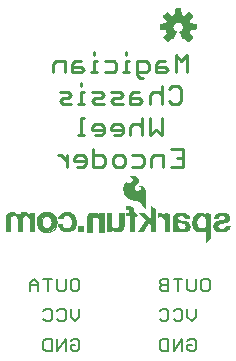
<source format=gbr>
G04 EAGLE Gerber RS-274X export*
G75*
%MOMM*%
%FSLAX34Y34*%
%LPD*%
%INSilkscreen Bottom*%
%IPPOS*%
%AMOC8*
5,1,8,0,0,1.08239X$1,22.5*%
G01*
%ADD10C,0.203200*%
%ADD11C,0.279400*%
%ADD12C,0.025400*%
%ADD13R,0.495300X0.485100*%

G36*
X168070Y332886D02*
X168070Y332886D01*
X168178Y332896D01*
X168191Y332902D01*
X168205Y332904D01*
X168302Y332952D01*
X168401Y332997D01*
X168414Y333008D01*
X168423Y333012D01*
X168438Y333028D01*
X168515Y333090D01*
X171100Y335675D01*
X171163Y335764D01*
X171229Y335849D01*
X171234Y335862D01*
X171242Y335874D01*
X171273Y335977D01*
X171309Y336080D01*
X171309Y336094D01*
X171313Y336107D01*
X171309Y336215D01*
X171310Y336324D01*
X171305Y336337D01*
X171305Y336351D01*
X171267Y336453D01*
X171232Y336555D01*
X171223Y336570D01*
X171219Y336579D01*
X171205Y336596D01*
X171151Y336678D01*
X168387Y340068D01*
X168944Y341150D01*
X168950Y341170D01*
X168992Y341265D01*
X169363Y342424D01*
X173714Y342867D01*
X173818Y342895D01*
X173924Y342920D01*
X173936Y342927D01*
X173949Y342930D01*
X174039Y342991D01*
X174132Y343048D01*
X174140Y343059D01*
X174152Y343067D01*
X174218Y343153D01*
X174287Y343237D01*
X174291Y343250D01*
X174300Y343261D01*
X174334Y343364D01*
X174373Y343465D01*
X174374Y343483D01*
X174378Y343492D01*
X174378Y343514D01*
X174387Y343612D01*
X174387Y347268D01*
X174370Y347375D01*
X174356Y347483D01*
X174350Y347495D01*
X174348Y347509D01*
X174296Y347605D01*
X174249Y347702D01*
X174239Y347712D01*
X174233Y347724D01*
X174153Y347798D01*
X174077Y347875D01*
X174065Y347881D01*
X174055Y347891D01*
X173956Y347936D01*
X173859Y347984D01*
X173841Y347988D01*
X173832Y347992D01*
X173811Y347994D01*
X173714Y348013D01*
X169363Y348456D01*
X168992Y349615D01*
X168983Y349633D01*
X168981Y349640D01*
X168977Y349647D01*
X168944Y349730D01*
X168387Y350812D01*
X171151Y354202D01*
X171205Y354296D01*
X171262Y354388D01*
X171265Y354401D01*
X171272Y354413D01*
X171293Y354520D01*
X171318Y354625D01*
X171316Y354639D01*
X171319Y354653D01*
X171304Y354760D01*
X171294Y354868D01*
X171288Y354881D01*
X171286Y354895D01*
X171238Y354992D01*
X171193Y355091D01*
X171182Y355104D01*
X171178Y355113D01*
X171162Y355128D01*
X171100Y355205D01*
X168515Y357790D01*
X168426Y357853D01*
X168341Y357919D01*
X168328Y357924D01*
X168316Y357932D01*
X168213Y357963D01*
X168110Y357999D01*
X168096Y357999D01*
X168083Y358003D01*
X167975Y357999D01*
X167866Y358000D01*
X167853Y357995D01*
X167839Y357995D01*
X167737Y357957D01*
X167635Y357922D01*
X167620Y357913D01*
X167611Y357909D01*
X167594Y357895D01*
X167512Y357841D01*
X164122Y355077D01*
X163040Y355634D01*
X163020Y355640D01*
X162925Y355682D01*
X161766Y356053D01*
X161323Y360404D01*
X161295Y360508D01*
X161270Y360614D01*
X161263Y360626D01*
X161260Y360639D01*
X161199Y360729D01*
X161142Y360822D01*
X161131Y360830D01*
X161123Y360842D01*
X161037Y360908D01*
X160953Y360977D01*
X160940Y360981D01*
X160929Y360990D01*
X160826Y361024D01*
X160725Y361063D01*
X160707Y361064D01*
X160698Y361068D01*
X160676Y361068D01*
X160578Y361077D01*
X156922Y361077D01*
X156815Y361060D01*
X156707Y361046D01*
X156695Y361040D01*
X156681Y361038D01*
X156585Y360986D01*
X156488Y360939D01*
X156478Y360929D01*
X156466Y360923D01*
X156392Y360843D01*
X156315Y360767D01*
X156309Y360755D01*
X156299Y360745D01*
X156254Y360646D01*
X156206Y360549D01*
X156202Y360531D01*
X156198Y360522D01*
X156196Y360501D01*
X156177Y360404D01*
X155734Y356053D01*
X154575Y355682D01*
X154557Y355672D01*
X154460Y355634D01*
X153378Y355077D01*
X149988Y357841D01*
X149894Y357895D01*
X149802Y357952D01*
X149789Y357955D01*
X149777Y357962D01*
X149670Y357983D01*
X149565Y358008D01*
X149551Y358006D01*
X149537Y358009D01*
X149430Y357994D01*
X149322Y357984D01*
X149309Y357978D01*
X149296Y357976D01*
X149198Y357928D01*
X149099Y357883D01*
X149086Y357872D01*
X149077Y357868D01*
X149062Y357852D01*
X148985Y357790D01*
X146400Y355205D01*
X146337Y355116D01*
X146271Y355031D01*
X146266Y355018D01*
X146258Y355006D01*
X146227Y354903D01*
X146191Y354800D01*
X146191Y354786D01*
X146187Y354773D01*
X146191Y354665D01*
X146190Y354556D01*
X146195Y354543D01*
X146195Y354529D01*
X146233Y354427D01*
X146268Y354325D01*
X146277Y354310D01*
X146281Y354301D01*
X146295Y354284D01*
X146349Y354202D01*
X149113Y350812D01*
X148556Y349730D01*
X148550Y349710D01*
X148508Y349615D01*
X148137Y348456D01*
X143786Y348013D01*
X143682Y347985D01*
X143576Y347960D01*
X143564Y347953D01*
X143551Y347950D01*
X143461Y347889D01*
X143368Y347832D01*
X143360Y347821D01*
X143348Y347813D01*
X143282Y347727D01*
X143214Y347643D01*
X143209Y347630D01*
X143200Y347619D01*
X143166Y347516D01*
X143127Y347415D01*
X143126Y347397D01*
X143122Y347388D01*
X143123Y347366D01*
X143113Y347268D01*
X143113Y343612D01*
X143130Y343505D01*
X143144Y343397D01*
X143150Y343385D01*
X143152Y343371D01*
X143204Y343275D01*
X143251Y343178D01*
X143261Y343168D01*
X143267Y343156D01*
X143347Y343082D01*
X143423Y343005D01*
X143435Y342999D01*
X143446Y342989D01*
X143544Y342944D01*
X143641Y342896D01*
X143659Y342892D01*
X143668Y342888D01*
X143689Y342886D01*
X143786Y342867D01*
X148137Y342424D01*
X148508Y341265D01*
X148518Y341247D01*
X148556Y341150D01*
X149113Y340068D01*
X146349Y336678D01*
X146295Y336584D01*
X146238Y336492D01*
X146235Y336479D01*
X146228Y336467D01*
X146207Y336360D01*
X146182Y336255D01*
X146184Y336241D01*
X146181Y336227D01*
X146196Y336120D01*
X146206Y336012D01*
X146212Y335999D01*
X146214Y335986D01*
X146262Y335888D01*
X146307Y335789D01*
X146318Y335776D01*
X146322Y335767D01*
X146338Y335752D01*
X146400Y335675D01*
X148985Y333090D01*
X149074Y333027D01*
X149159Y332961D01*
X149172Y332956D01*
X149184Y332948D01*
X149287Y332917D01*
X149390Y332881D01*
X149404Y332881D01*
X149417Y332877D01*
X149525Y332881D01*
X149634Y332880D01*
X149647Y332885D01*
X149661Y332885D01*
X149763Y332923D01*
X149865Y332958D01*
X149880Y332967D01*
X149889Y332971D01*
X149906Y332985D01*
X149988Y333039D01*
X153378Y335803D01*
X154460Y335246D01*
X154513Y335229D01*
X154562Y335203D01*
X154628Y335192D01*
X154692Y335171D01*
X154748Y335172D01*
X154802Y335163D01*
X154869Y335174D01*
X154936Y335175D01*
X154988Y335193D01*
X155043Y335202D01*
X155103Y335234D01*
X155166Y335257D01*
X155209Y335291D01*
X155259Y335317D01*
X155305Y335366D01*
X155357Y335408D01*
X155388Y335455D01*
X155426Y335495D01*
X155482Y335600D01*
X155490Y335613D01*
X155491Y335618D01*
X155495Y335625D01*
X157648Y340822D01*
X157668Y340905D01*
X157673Y340918D01*
X157675Y340934D01*
X157700Y341019D01*
X157699Y341040D01*
X157704Y341060D01*
X157696Y341142D01*
X157697Y341161D01*
X157693Y341181D01*
X157689Y341262D01*
X157682Y341282D01*
X157680Y341303D01*
X157648Y341372D01*
X157642Y341399D01*
X157627Y341423D01*
X157601Y341490D01*
X157588Y341506D01*
X157579Y341525D01*
X157534Y341574D01*
X157514Y341606D01*
X157483Y341631D01*
X157445Y341677D01*
X157422Y341693D01*
X157412Y341703D01*
X157391Y341715D01*
X157326Y341760D01*
X157325Y341761D01*
X157324Y341762D01*
X156425Y342268D01*
X155738Y342912D01*
X155223Y343700D01*
X154911Y344588D01*
X154819Y345525D01*
X154952Y346457D01*
X155303Y347331D01*
X155852Y348096D01*
X156566Y348709D01*
X157406Y349134D01*
X158323Y349348D01*
X159264Y349338D01*
X160176Y349104D01*
X161006Y348661D01*
X161707Y348032D01*
X162239Y347255D01*
X162570Y346374D01*
X162683Y345439D01*
X162575Y344522D01*
X162255Y343654D01*
X161741Y342885D01*
X161062Y342258D01*
X160178Y341763D01*
X160136Y341730D01*
X160094Y341707D01*
X160063Y341674D01*
X160015Y341639D01*
X160003Y341623D01*
X159987Y341610D01*
X159952Y341555D01*
X159927Y341529D01*
X159914Y341499D01*
X159872Y341441D01*
X159866Y341422D01*
X159856Y341405D01*
X159837Y341330D01*
X159827Y341307D01*
X159824Y341283D01*
X159801Y341208D01*
X159802Y341188D01*
X159797Y341168D01*
X159804Y341082D01*
X159803Y341064D01*
X159806Y341048D01*
X159809Y340964D01*
X159817Y340939D01*
X159818Y340925D01*
X159828Y340903D01*
X159852Y340822D01*
X160781Y338579D01*
X160781Y338578D01*
X161712Y336331D01*
X161713Y336331D01*
X162005Y335625D01*
X162034Y335578D01*
X162055Y335526D01*
X162098Y335475D01*
X162134Y335418D01*
X162177Y335383D01*
X162213Y335340D01*
X162270Y335306D01*
X162322Y335263D01*
X162374Y335244D01*
X162422Y335215D01*
X162488Y335201D01*
X162551Y335177D01*
X162606Y335175D01*
X162660Y335164D01*
X162727Y335171D01*
X162794Y335169D01*
X162848Y335185D01*
X162903Y335192D01*
X163014Y335236D01*
X163028Y335240D01*
X163032Y335243D01*
X163040Y335246D01*
X164122Y335803D01*
X167512Y333039D01*
X167606Y332985D01*
X167698Y332928D01*
X167711Y332925D01*
X167723Y332918D01*
X167830Y332897D01*
X167935Y332872D01*
X167949Y332874D01*
X167963Y332871D01*
X168070Y332886D01*
G37*
G36*
X131134Y191307D02*
X131134Y191307D01*
X131176Y191322D01*
X131178Y191327D01*
X131182Y191329D01*
X131211Y191402D01*
X131215Y191413D01*
X131215Y191414D01*
X131215Y206578D01*
X131213Y206583D01*
X131215Y206589D01*
X131145Y207420D01*
X131139Y207431D01*
X131140Y207446D01*
X130900Y208245D01*
X130892Y208255D01*
X130890Y208269D01*
X130489Y209001D01*
X130479Y209009D01*
X130474Y209022D01*
X130004Y209572D01*
X129993Y209577D01*
X129986Y209589D01*
X129416Y210034D01*
X129404Y210037D01*
X129394Y210047D01*
X128746Y210368D01*
X128734Y210369D01*
X128722Y210377D01*
X128023Y210561D01*
X128012Y210560D01*
X128001Y210565D01*
X127061Y210638D01*
X127052Y210635D01*
X127041Y210638D01*
X126101Y210565D01*
X126097Y210563D01*
X126091Y210564D01*
X125608Y210488D01*
X125569Y210463D01*
X125529Y210442D01*
X125528Y210438D01*
X125525Y210436D01*
X125515Y210391D01*
X125503Y210347D01*
X125505Y210343D01*
X125504Y210339D01*
X125529Y210301D01*
X125553Y210262D01*
X125557Y210261D01*
X125559Y210258D01*
X125600Y210249D01*
X125640Y210237D01*
X125798Y210253D01*
X125936Y210225D01*
X126069Y210154D01*
X126893Y209555D01*
X127011Y209441D01*
X127083Y209303D01*
X127176Y208888D01*
X127176Y208460D01*
X127083Y208044D01*
X126877Y207640D01*
X126564Y207312D01*
X125958Y206947D01*
X125280Y206740D01*
X124569Y206705D01*
X123959Y206802D01*
X123373Y207000D01*
X122830Y207293D01*
X122405Y207658D01*
X122090Y208118D01*
X121904Y208643D01*
X121861Y209199D01*
X121963Y209747D01*
X122203Y210250D01*
X122573Y210685D01*
X122771Y210895D01*
X123366Y211526D01*
X123961Y212157D01*
X124026Y212226D01*
X124029Y212236D01*
X124038Y212242D01*
X125225Y214000D01*
X125227Y214013D01*
X125237Y214023D01*
X125517Y214711D01*
X125516Y214726D01*
X125525Y214741D01*
X125624Y215476D01*
X125620Y215491D01*
X125625Y215508D01*
X125538Y216245D01*
X125530Y216258D01*
X125530Y216276D01*
X125263Y216968D01*
X125252Y216979D01*
X125248Y216996D01*
X124817Y217599D01*
X124807Y217606D01*
X124801Y217618D01*
X124105Y218276D01*
X124097Y218279D01*
X124092Y218287D01*
X123315Y218847D01*
X123305Y218850D01*
X123297Y218858D01*
X122517Y219246D01*
X122505Y219247D01*
X122494Y219255D01*
X121654Y219486D01*
X121642Y219485D01*
X121630Y219491D01*
X120762Y219557D01*
X120752Y219553D01*
X120740Y219557D01*
X119840Y219471D01*
X119831Y219467D01*
X119821Y219468D01*
X118943Y219248D01*
X118935Y219242D01*
X118923Y219241D01*
X118695Y219140D01*
X118339Y218988D01*
X118338Y218988D01*
X117834Y218767D01*
X117824Y218756D01*
X117807Y218751D01*
X117372Y218413D01*
X117369Y218406D01*
X117361Y218402D01*
X117336Y218377D01*
X117333Y218376D01*
X117298Y218284D01*
X117339Y218195D01*
X117424Y218162D01*
X118027Y218162D01*
X118538Y218105D01*
X119028Y217966D01*
X119509Y217711D01*
X119904Y217341D01*
X120190Y216881D01*
X120347Y216362D01*
X120359Y216059D01*
X120300Y215759D01*
X120094Y215265D01*
X119811Y214807D01*
X119460Y214397D01*
X119048Y214043D01*
X118146Y213392D01*
X117658Y213143D01*
X117129Y213045D01*
X116590Y213103D01*
X116416Y213168D01*
X116055Y213417D01*
X115781Y213756D01*
X115737Y213859D01*
X115721Y213979D01*
X115721Y214859D01*
X115704Y214900D01*
X115690Y214942D01*
X115685Y214945D01*
X115683Y214950D01*
X115642Y214966D01*
X115602Y214985D01*
X115596Y214983D01*
X115591Y214985D01*
X115564Y214973D01*
X115515Y214957D01*
X114389Y214036D01*
X114383Y214024D01*
X114371Y214017D01*
X113464Y212880D01*
X113461Y212869D01*
X113452Y212861D01*
X112950Y211927D01*
X112949Y211917D01*
X112943Y211909D01*
X112585Y210912D01*
X112585Y210902D01*
X112580Y210893D01*
X112373Y209854D01*
X112375Y209844D01*
X112374Y209842D01*
X112375Y209842D01*
X112371Y209833D01*
X112311Y207905D01*
X112315Y207894D01*
X112312Y207882D01*
X112600Y205975D01*
X112606Y205965D01*
X112606Y205953D01*
X113234Y204129D01*
X113241Y204120D01*
X113243Y204108D01*
X114190Y202427D01*
X114198Y202421D01*
X114201Y202410D01*
X115086Y201303D01*
X115093Y201300D01*
X115095Y201294D01*
X115096Y201294D01*
X115098Y201290D01*
X116129Y200318D01*
X116137Y200315D01*
X116143Y200307D01*
X117300Y199490D01*
X117310Y199488D01*
X117318Y199480D01*
X118548Y198880D01*
X118559Y198879D01*
X118569Y198871D01*
X119888Y198503D01*
X119899Y198505D01*
X119910Y198499D01*
X121274Y198375D01*
X121279Y198377D01*
X121285Y198375D01*
X123560Y198375D01*
X123928Y198310D01*
X124279Y198183D01*
X125269Y197594D01*
X126123Y196812D01*
X130995Y191330D01*
X130999Y191328D01*
X131001Y191323D01*
X131043Y191307D01*
X131084Y191288D01*
X131088Y191290D01*
X131093Y191288D01*
X131134Y191307D01*
G37*
G36*
X182501Y162613D02*
X182501Y162613D01*
X182503Y162612D01*
X182524Y162621D01*
X182584Y162644D01*
X186724Y166378D01*
X186726Y166384D01*
X186732Y166387D01*
X186756Y166447D01*
X186765Y166468D01*
X186764Y166470D01*
X186765Y166472D01*
X186765Y187046D01*
X186750Y187083D01*
X186740Y187122D01*
X186731Y187128D01*
X186727Y187137D01*
X186699Y187148D01*
X186663Y187170D01*
X182777Y187906D01*
X182762Y187903D01*
X182747Y187908D01*
X182715Y187893D01*
X182680Y187885D01*
X182672Y187872D01*
X182659Y187866D01*
X182644Y187827D01*
X182628Y187802D01*
X182631Y187791D01*
X182627Y187780D01*
X182651Y185863D01*
X182517Y186012D01*
X182516Y186013D01*
X182516Y186014D01*
X181627Y186979D01*
X181621Y186981D01*
X181617Y186988D01*
X181274Y187289D01*
X181263Y187293D01*
X181255Y187303D01*
X180861Y187536D01*
X180852Y187537D01*
X180844Y187544D01*
X179523Y188077D01*
X179512Y188077D01*
X179502Y188084D01*
X179020Y188186D01*
X179008Y188183D01*
X178996Y188188D01*
X177015Y188213D01*
X177004Y188209D01*
X176992Y188211D01*
X175907Y188028D01*
X175897Y188021D01*
X175883Y188021D01*
X174858Y187621D01*
X174851Y187613D01*
X174839Y187611D01*
X173937Y187070D01*
X173932Y187064D01*
X173923Y187061D01*
X173099Y186408D01*
X173093Y186398D01*
X173083Y186393D01*
X172291Y185503D01*
X172287Y185490D01*
X172275Y185481D01*
X171696Y184440D01*
X171694Y184428D01*
X171686Y184417D01*
X171012Y182304D01*
X171013Y182293D01*
X171007Y182282D01*
X170724Y180082D01*
X170727Y180071D01*
X170723Y180059D01*
X170841Y177844D01*
X170846Y177834D01*
X170844Y177822D01*
X171167Y176446D01*
X171174Y176437D01*
X171174Y176425D01*
X171730Y175125D01*
X171738Y175117D01*
X171740Y175106D01*
X172512Y173921D01*
X172521Y173915D01*
X172526Y173904D01*
X173183Y173197D01*
X173193Y173193D01*
X173199Y173183D01*
X173967Y172598D01*
X173978Y172596D01*
X173985Y172587D01*
X174841Y172141D01*
X174852Y172140D01*
X174861Y172132D01*
X175780Y171838D01*
X175790Y171839D01*
X175800Y171833D01*
X177012Y171644D01*
X177021Y171646D01*
X177030Y171643D01*
X178257Y171626D01*
X178265Y171629D01*
X178275Y171627D01*
X179492Y171782D01*
X179502Y171787D01*
X179514Y171787D01*
X180358Y172051D01*
X180368Y172059D01*
X180383Y172062D01*
X181152Y172499D01*
X181160Y172509D01*
X181174Y172514D01*
X181834Y173104D01*
X181840Y173116D01*
X181852Y173124D01*
X182372Y173840D01*
X182373Y173842D01*
X182373Y162738D01*
X182391Y162694D01*
X182408Y162651D01*
X182410Y162650D01*
X182411Y162647D01*
X182455Y162630D01*
X182499Y162612D01*
X182501Y162613D01*
G37*
G36*
X17071Y171960D02*
X17071Y171960D01*
X17073Y171959D01*
X17116Y171979D01*
X17160Y171997D01*
X17160Y171999D01*
X17162Y172000D01*
X17195Y172085D01*
X17195Y182364D01*
X17302Y183244D01*
X17614Y184066D01*
X17875Y184450D01*
X18218Y184763D01*
X18624Y184989D01*
X19072Y185117D01*
X19976Y185185D01*
X20879Y185093D01*
X21289Y184967D01*
X21661Y184757D01*
X21676Y184743D01*
X21817Y184617D01*
X21957Y184490D01*
X21979Y184471D01*
X22364Y183943D01*
X22637Y183348D01*
X22786Y182709D01*
X22861Y181606D01*
X22861Y172085D01*
X22862Y172083D01*
X22861Y172081D01*
X22881Y172038D01*
X22899Y171994D01*
X22901Y171994D01*
X22902Y171992D01*
X22987Y171959D01*
X27305Y171959D01*
X27307Y171960D01*
X27309Y171959D01*
X27352Y171979D01*
X27396Y171997D01*
X27396Y171999D01*
X27398Y172000D01*
X27431Y172085D01*
X27431Y182644D01*
X27511Y183307D01*
X27742Y183926D01*
X28112Y184473D01*
X28459Y184791D01*
X28868Y185024D01*
X29318Y185160D01*
X29795Y185192D01*
X30643Y185142D01*
X31083Y185060D01*
X31487Y184882D01*
X31842Y184616D01*
X32661Y183672D01*
X32945Y183134D01*
X33076Y182543D01*
X33046Y181921D01*
X33047Y181918D01*
X33046Y181915D01*
X33046Y172110D01*
X33047Y172108D01*
X33046Y172106D01*
X33066Y172063D01*
X33084Y172019D01*
X33086Y172019D01*
X33087Y172017D01*
X33172Y171984D01*
X37490Y171984D01*
X37492Y171985D01*
X37494Y171984D01*
X37537Y172004D01*
X37581Y172022D01*
X37581Y172024D01*
X37583Y172025D01*
X37616Y172110D01*
X37616Y188163D01*
X37615Y188165D01*
X37616Y188167D01*
X37596Y188210D01*
X37578Y188254D01*
X37576Y188254D01*
X37575Y188256D01*
X37490Y188289D01*
X33503Y188289D01*
X33501Y188288D01*
X33499Y188289D01*
X33456Y188269D01*
X33412Y188251D01*
X33412Y188249D01*
X33410Y188248D01*
X33377Y188163D01*
X33377Y186110D01*
X33346Y186117D01*
X33044Y186513D01*
X33038Y186516D01*
X33035Y186524D01*
X32273Y187311D01*
X32265Y187314D01*
X32261Y187321D01*
X31499Y187933D01*
X31485Y187937D01*
X31473Y187950D01*
X30583Y188354D01*
X30571Y188354D01*
X30560Y188362D01*
X29468Y188616D01*
X29459Y188615D01*
X29451Y188619D01*
X28079Y188746D01*
X28069Y188743D01*
X28058Y188746D01*
X27101Y188677D01*
X27090Y188671D01*
X27076Y188672D01*
X26153Y188412D01*
X26143Y188404D01*
X26130Y188402D01*
X25340Y187999D01*
X25332Y187990D01*
X25319Y187986D01*
X24621Y187440D01*
X24615Y187429D01*
X24603Y187423D01*
X24021Y186754D01*
X24018Y186742D01*
X24007Y186734D01*
X23627Y186076D01*
X23585Y186118D01*
X23130Y186599D01*
X23127Y186600D01*
X23126Y186603D01*
X22338Y187362D01*
X22329Y187365D01*
X22324Y187374D01*
X21435Y188012D01*
X21424Y188014D01*
X21416Y188022D01*
X20611Y188416D01*
X20599Y188416D01*
X20588Y188424D01*
X19723Y188656D01*
X19711Y188654D01*
X19699Y188660D01*
X18805Y188721D01*
X18796Y188718D01*
X18785Y188721D01*
X17506Y188614D01*
X17499Y188610D01*
X17492Y188612D01*
X16232Y188363D01*
X16223Y188357D01*
X16211Y188357D01*
X15345Y188031D01*
X15335Y188021D01*
X15320Y188018D01*
X14546Y187511D01*
X14539Y187499D01*
X14525Y187493D01*
X13879Y186829D01*
X13876Y186819D01*
X13872Y186818D01*
X13871Y186814D01*
X13863Y186808D01*
X13275Y185869D01*
X13273Y185856D01*
X13263Y185846D01*
X12877Y184807D01*
X12878Y184794D01*
X12871Y184782D01*
X12702Y183686D01*
X12705Y183677D01*
X12701Y183667D01*
X12701Y172085D01*
X12702Y172083D01*
X12701Y172081D01*
X12721Y172038D01*
X12739Y171994D01*
X12741Y171994D01*
X12742Y171992D01*
X12827Y171959D01*
X17069Y171959D01*
X17071Y171960D01*
G37*
G36*
X164951Y171629D02*
X164951Y171629D01*
X164962Y171634D01*
X164976Y171632D01*
X166348Y171940D01*
X166359Y171948D01*
X166374Y171949D01*
X167643Y172555D01*
X167652Y172565D01*
X167666Y172569D01*
X168114Y172911D01*
X168120Y172921D01*
X168132Y172927D01*
X168509Y173347D01*
X168513Y173358D01*
X168523Y173366D01*
X168815Y173849D01*
X168817Y173860D01*
X168825Y173870D01*
X169198Y174863D01*
X169198Y174874D01*
X169204Y174885D01*
X169393Y175929D01*
X169390Y175940D01*
X169395Y175952D01*
X169392Y177013D01*
X169389Y177020D01*
X169391Y177023D01*
X169388Y177030D01*
X169389Y177040D01*
X169183Y177981D01*
X169174Y177993D01*
X169173Y178010D01*
X168744Y178872D01*
X168734Y178881D01*
X168729Y178896D01*
X168231Y179505D01*
X168226Y179508D01*
X168224Y179512D01*
X168218Y179514D01*
X168213Y179523D01*
X167603Y180021D01*
X167591Y180024D01*
X167582Y180035D01*
X166886Y180401D01*
X166875Y180402D01*
X166866Y180409D01*
X165381Y180893D01*
X165373Y180892D01*
X165364Y180897D01*
X163827Y181175D01*
X163823Y181174D01*
X163818Y181177D01*
X161612Y181405D01*
X160306Y181631D01*
X159837Y181796D01*
X159409Y182042D01*
X159125Y182303D01*
X159065Y182390D01*
X159023Y182487D01*
X158912Y183008D01*
X158912Y183539D01*
X159023Y184060D01*
X159162Y184374D01*
X159361Y184653D01*
X159614Y184887D01*
X159928Y185080D01*
X160274Y185208D01*
X160643Y185269D01*
X161998Y185319D01*
X162585Y185265D01*
X163146Y185100D01*
X163610Y184845D01*
X164000Y184489D01*
X164295Y184051D01*
X164479Y183556D01*
X164542Y183025D01*
X164542Y182982D01*
X164543Y182980D01*
X164542Y182978D01*
X164562Y182935D01*
X164580Y182891D01*
X164582Y182891D01*
X164583Y182889D01*
X164668Y182856D01*
X168809Y182856D01*
X168810Y182854D01*
X168852Y182844D01*
X168894Y182830D01*
X168900Y182833D01*
X168906Y182832D01*
X168931Y182848D01*
X168976Y182869D01*
X169001Y182894D01*
X169001Y182895D01*
X169017Y182937D01*
X169036Y182986D01*
X169036Y182987D01*
X169016Y183029D01*
X168997Y183072D01*
X168875Y183963D01*
X168869Y183974D01*
X168869Y183989D01*
X168535Y184930D01*
X168526Y184940D01*
X168523Y184954D01*
X168004Y185807D01*
X167993Y185815D01*
X167988Y185828D01*
X167305Y186558D01*
X167293Y186563D01*
X167285Y186575D01*
X166468Y187149D01*
X166456Y187152D01*
X166447Y187161D01*
X165289Y187690D01*
X165279Y187690D01*
X165270Y187697D01*
X164041Y188031D01*
X164032Y188030D01*
X164023Y188034D01*
X162283Y188248D01*
X162275Y188245D01*
X162267Y188248D01*
X160513Y188240D01*
X160506Y188237D01*
X160497Y188239D01*
X158758Y188009D01*
X158750Y188004D01*
X158739Y188005D01*
X157325Y187580D01*
X157316Y187572D01*
X157302Y187571D01*
X155999Y186877D01*
X155990Y186867D01*
X155976Y186862D01*
X155414Y186379D01*
X155407Y186365D01*
X155393Y186356D01*
X154966Y185751D01*
X154963Y185736D01*
X154951Y185724D01*
X154684Y185033D01*
X154685Y185018D01*
X154677Y185003D01*
X154586Y184268D01*
X154588Y184260D01*
X154585Y184252D01*
X154585Y179426D01*
X154586Y179424D01*
X154585Y179422D01*
X154592Y179407D01*
X154560Y179323D01*
X154585Y174985D01*
X154483Y173648D01*
X154134Y172353D01*
X154060Y172154D01*
X154061Y172129D01*
X154052Y172106D01*
X154063Y172082D01*
X154064Y172056D01*
X154083Y172039D01*
X154093Y172017D01*
X154120Y172006D01*
X154138Y171990D01*
X154157Y171992D01*
X154178Y171984D01*
X158212Y171984D01*
X158248Y171981D01*
X158276Y171990D01*
X158316Y171994D01*
X158353Y172013D01*
X158372Y172035D01*
X158404Y172059D01*
X158426Y172095D01*
X158428Y172112D01*
X158440Y172128D01*
X158516Y172408D01*
X158515Y172411D01*
X158517Y172414D01*
X158744Y173443D01*
X158754Y173466D01*
X158760Y173472D01*
X158768Y173474D01*
X158777Y173473D01*
X158801Y173457D01*
X159628Y172754D01*
X159639Y172750D01*
X159648Y172740D01*
X160599Y172200D01*
X160610Y172199D01*
X160620Y172191D01*
X161655Y171838D01*
X161667Y171839D01*
X161677Y171833D01*
X163295Y171592D01*
X163305Y171595D01*
X163316Y171591D01*
X164951Y171629D01*
G37*
G36*
X140084Y171858D02*
X140084Y171858D01*
X140087Y171857D01*
X140170Y171894D01*
X140221Y171945D01*
X140223Y171948D01*
X140225Y171949D01*
X140258Y172034D01*
X140258Y191364D01*
X140250Y191383D01*
X140252Y191403D01*
X140231Y191430D01*
X140220Y191455D01*
X140206Y191460D01*
X140195Y191474D01*
X136055Y193836D01*
X136020Y193840D01*
X135988Y193852D01*
X135973Y193845D01*
X135957Y193847D01*
X135930Y193825D01*
X135899Y193811D01*
X135892Y193795D01*
X135880Y193785D01*
X135878Y193758D01*
X135866Y193726D01*
X135866Y182296D01*
X130391Y187770D01*
X130388Y187772D01*
X130387Y187774D01*
X130302Y187807D01*
X125628Y187807D01*
X125626Y187807D01*
X125625Y187807D01*
X125581Y187787D01*
X125537Y187769D01*
X125537Y187767D01*
X125535Y187766D01*
X125519Y187722D01*
X125502Y187677D01*
X125503Y187675D01*
X125502Y187674D01*
X125540Y187591D01*
X131231Y182025D01*
X124634Y172130D01*
X124627Y172092D01*
X124613Y172055D01*
X124618Y172045D01*
X124616Y172033D01*
X124638Y172002D01*
X124655Y171966D01*
X124666Y171962D01*
X124672Y171953D01*
X124702Y171948D01*
X124740Y171934D01*
X129820Y171959D01*
X129837Y171966D01*
X129855Y171964D01*
X129884Y171986D01*
X129910Y171998D01*
X129915Y172010D01*
X129927Y172020D01*
X134160Y178998D01*
X135815Y177391D01*
X135815Y171983D01*
X135816Y171981D01*
X135815Y171979D01*
X135835Y171936D01*
X135853Y171892D01*
X135855Y171892D01*
X135856Y171890D01*
X135941Y171857D01*
X140081Y171857D01*
X140084Y171858D01*
G37*
G36*
X108516Y171557D02*
X108516Y171557D01*
X108527Y171554D01*
X109560Y171701D01*
X109571Y171707D01*
X109584Y171707D01*
X110570Y172050D01*
X110579Y172058D01*
X110592Y172060D01*
X111494Y172586D01*
X111501Y172596D01*
X111514Y172601D01*
X111768Y172829D01*
X111774Y172840D01*
X111785Y172848D01*
X112446Y173733D01*
X112448Y173744D01*
X112458Y173753D01*
X112946Y174743D01*
X112946Y174755D01*
X112954Y174765D01*
X113254Y175828D01*
X113252Y175839D01*
X113258Y175851D01*
X113359Y176950D01*
X113357Y176956D01*
X113359Y176962D01*
X113359Y187757D01*
X113358Y187759D01*
X113359Y187761D01*
X113339Y187804D01*
X113321Y187848D01*
X113319Y187848D01*
X113318Y187850D01*
X113233Y187883D01*
X109093Y187883D01*
X109091Y187882D01*
X109089Y187883D01*
X109046Y187863D01*
X109002Y187845D01*
X109002Y187843D01*
X109000Y187842D01*
X108967Y187757D01*
X108967Y177760D01*
X108818Y176930D01*
X108475Y176162D01*
X108203Y175800D01*
X107862Y175499D01*
X107467Y175274D01*
X106778Y175051D01*
X106059Y174971D01*
X105338Y175038D01*
X104647Y175250D01*
X104137Y175538D01*
X103706Y175935D01*
X103379Y176420D01*
X103170Y176970D01*
X102945Y178174D01*
X102869Y179404D01*
X102869Y187706D01*
X102868Y187708D01*
X102869Y187710D01*
X102849Y187753D01*
X102831Y187797D01*
X102829Y187797D01*
X102828Y187799D01*
X102743Y187832D01*
X98527Y187832D01*
X98525Y187831D01*
X98523Y187832D01*
X98480Y187812D01*
X98436Y187794D01*
X98436Y187792D01*
X98434Y187791D01*
X98401Y187706D01*
X98401Y172085D01*
X98402Y172083D01*
X98401Y172081D01*
X98421Y172038D01*
X98439Y171994D01*
X98441Y171994D01*
X98442Y171992D01*
X98527Y171959D01*
X102540Y171959D01*
X102542Y171960D01*
X102544Y171959D01*
X102587Y171979D01*
X102631Y171997D01*
X102631Y171999D01*
X102633Y172000D01*
X102666Y172085D01*
X102666Y174142D01*
X103173Y173501D01*
X103181Y173497D01*
X103185Y173488D01*
X104012Y172703D01*
X104021Y172700D01*
X104026Y172692D01*
X104956Y172033D01*
X104965Y172031D01*
X104973Y172023D01*
X105218Y171901D01*
X105229Y171900D01*
X105238Y171893D01*
X105500Y171812D01*
X105509Y171813D01*
X105518Y171808D01*
X106996Y171585D01*
X107004Y171587D01*
X107012Y171583D01*
X108506Y171553D01*
X108516Y171557D01*
G37*
G36*
X96039Y171884D02*
X96039Y171884D01*
X96041Y171883D01*
X96084Y171903D01*
X96128Y171921D01*
X96128Y171923D01*
X96130Y171924D01*
X96163Y172009D01*
X96163Y187731D01*
X96162Y187733D01*
X96163Y187735D01*
X96143Y187778D01*
X96125Y187822D01*
X96123Y187822D01*
X96122Y187824D01*
X96037Y187857D01*
X91999Y187857D01*
X91997Y187856D01*
X91995Y187857D01*
X91952Y187837D01*
X91908Y187819D01*
X91908Y187817D01*
X91906Y187816D01*
X91873Y187731D01*
X91873Y185663D01*
X91831Y185692D01*
X91717Y185828D01*
X91440Y186206D01*
X91436Y186208D01*
X91434Y186213D01*
X91032Y186686D01*
X91025Y186690D01*
X91021Y186698D01*
X90826Y186874D01*
X90686Y187000D01*
X90560Y187114D01*
X90550Y187117D01*
X90542Y187127D01*
X89644Y187694D01*
X89631Y187697D01*
X89620Y187706D01*
X88624Y188075D01*
X88611Y188075D01*
X88598Y188082D01*
X87546Y188237D01*
X87536Y188234D01*
X87525Y188238D01*
X85519Y188188D01*
X85509Y188184D01*
X85496Y188186D01*
X84519Y187980D01*
X84507Y187972D01*
X84491Y187971D01*
X83586Y187549D01*
X83577Y187538D01*
X83562Y187534D01*
X82777Y186916D01*
X82771Y186905D01*
X82759Y186899D01*
X82270Y186324D01*
X82267Y186313D01*
X82257Y186306D01*
X81873Y185657D01*
X81871Y185646D01*
X81863Y185637D01*
X81594Y184932D01*
X81594Y184923D01*
X81589Y184914D01*
X81349Y183807D01*
X81351Y183798D01*
X81347Y183790D01*
X81256Y182661D01*
X81258Y182656D01*
X81256Y182651D01*
X81256Y172110D01*
X81257Y172108D01*
X81256Y172106D01*
X81276Y172063D01*
X81294Y172019D01*
X81296Y172019D01*
X81297Y172017D01*
X81382Y171984D01*
X85471Y171984D01*
X85473Y171985D01*
X85475Y171984D01*
X85518Y172004D01*
X85562Y172022D01*
X85562Y172024D01*
X85564Y172025D01*
X85597Y172110D01*
X85597Y181756D01*
X85662Y182474D01*
X85853Y183162D01*
X86163Y183804D01*
X86459Y184191D01*
X86833Y184500D01*
X87268Y184717D01*
X87568Y184794D01*
X87884Y184811D01*
X88989Y184761D01*
X89545Y184674D01*
X90061Y184470D01*
X90518Y184156D01*
X91035Y183587D01*
X91398Y182908D01*
X91615Y182158D01*
X91695Y181375D01*
X91695Y172009D01*
X91696Y172007D01*
X91695Y172005D01*
X91715Y171962D01*
X91733Y171918D01*
X91735Y171918D01*
X91736Y171916D01*
X91821Y171883D01*
X96037Y171883D01*
X96039Y171884D01*
G37*
G36*
X47753Y171812D02*
X47753Y171812D01*
X47769Y171808D01*
X50766Y172214D01*
X50787Y172226D01*
X50816Y172232D01*
X53661Y174010D01*
X53675Y174031D01*
X53700Y174049D01*
X55300Y176538D01*
X55304Y176561D01*
X55319Y176586D01*
X55929Y180472D01*
X55923Y180494D01*
X55927Y180520D01*
X55114Y184076D01*
X55099Y184097D01*
X55090Y184126D01*
X52956Y186844D01*
X52934Y186856D01*
X52913Y186879D01*
X49535Y188556D01*
X49515Y188557D01*
X49494Y188568D01*
X48021Y188745D01*
X48014Y188743D01*
X48006Y188746D01*
X47955Y188746D01*
X47935Y188738D01*
X47909Y188737D01*
X47782Y188687D01*
X47761Y188667D01*
X47735Y188655D01*
X47726Y188633D01*
X47711Y188619D01*
X47712Y188595D01*
X47702Y188570D01*
X47702Y185649D01*
X47719Y185609D01*
X47731Y185568D01*
X47738Y185564D01*
X47740Y185558D01*
X47768Y185547D01*
X47811Y185524D01*
X48906Y185374D01*
X50054Y184739D01*
X50842Y183655D01*
X51238Y182766D01*
X51512Y181292D01*
X51563Y179433D01*
X51388Y178185D01*
X51013Y177036D01*
X50475Y176009D01*
X48827Y175001D01*
X47079Y174779D01*
X45328Y175371D01*
X45258Y175435D01*
X44980Y175688D01*
X44702Y175940D01*
X44563Y176066D01*
X44286Y176319D01*
X44285Y176319D01*
X44249Y176352D01*
X43706Y177562D01*
X43331Y179110D01*
X43331Y180535D01*
X43582Y182464D01*
X44326Y184076D01*
X45160Y184885D01*
X46113Y185398D01*
X47300Y185497D01*
X47396Y185497D01*
X47399Y185498D01*
X47402Y185497D01*
X47444Y185517D01*
X47487Y185535D01*
X47488Y185538D01*
X47491Y185540D01*
X47522Y185625D01*
X47496Y187213D01*
X47493Y187339D01*
X47493Y187340D01*
X47491Y187466D01*
X47489Y187592D01*
X47487Y187718D01*
X47485Y187844D01*
X47485Y187845D01*
X47483Y187971D01*
X47481Y188097D01*
X47479Y188223D01*
X47476Y188349D01*
X47476Y188350D01*
X47474Y188476D01*
X47472Y188597D01*
X47468Y188606D01*
X47471Y188615D01*
X47449Y188650D01*
X47432Y188687D01*
X47424Y188690D01*
X47419Y188698D01*
X47367Y188711D01*
X47340Y188721D01*
X47335Y188719D01*
X47330Y188720D01*
X45323Y188466D01*
X45312Y188460D01*
X45298Y188460D01*
X43672Y187901D01*
X43660Y187890D01*
X43641Y187886D01*
X41660Y186515D01*
X41652Y186502D01*
X41636Y186493D01*
X40544Y185223D01*
X40539Y185207D01*
X40525Y185192D01*
X39484Y182855D01*
X39483Y182838D01*
X39474Y182820D01*
X39194Y180635D01*
X39198Y180620D01*
X39194Y180604D01*
X39448Y178496D01*
X39452Y178488D01*
X39451Y178477D01*
X40137Y176013D01*
X40148Y175999D01*
X40152Y175980D01*
X40965Y174685D01*
X40977Y174676D01*
X40985Y174661D01*
X42179Y173518D01*
X42188Y173514D01*
X42193Y173506D01*
X43310Y172719D01*
X43327Y172715D01*
X43342Y172703D01*
X45196Y172068D01*
X45210Y172069D01*
X45224Y172061D01*
X47739Y171807D01*
X47753Y171812D01*
G37*
G36*
X195734Y171605D02*
X195734Y171605D01*
X195741Y171603D01*
X198307Y171781D01*
X198316Y171786D01*
X198326Y171784D01*
X199247Y171996D01*
X199258Y172004D01*
X199272Y172005D01*
X200129Y172402D01*
X200135Y172409D01*
X200144Y172411D01*
X201338Y173173D01*
X201343Y173179D01*
X201351Y173182D01*
X201866Y173613D01*
X201871Y173624D01*
X201883Y173630D01*
X202303Y174154D01*
X202307Y174165D01*
X202317Y174174D01*
X202626Y174770D01*
X202627Y174779D01*
X202634Y174787D01*
X203066Y176057D01*
X203065Y176067D01*
X203070Y176076D01*
X203172Y176660D01*
X203171Y176667D01*
X203174Y176673D01*
X203199Y177029D01*
X203198Y177033D01*
X203199Y177036D01*
X203198Y177038D01*
X203199Y177042D01*
X203187Y177068D01*
X203184Y177098D01*
X203183Y177099D01*
X203183Y177100D01*
X203172Y177109D01*
X203167Y177122D01*
X203161Y177125D01*
X203158Y177131D01*
X203128Y177143D01*
X203108Y177159D01*
X203106Y177159D01*
X203105Y177160D01*
X203090Y177159D01*
X203078Y177164D01*
X203076Y177163D01*
X203073Y177164D01*
X199212Y177164D01*
X199210Y177163D01*
X199208Y177164D01*
X199165Y177144D01*
X199121Y177126D01*
X199121Y177124D01*
X199119Y177123D01*
X199086Y177038D01*
X199086Y176991D01*
X199057Y176494D01*
X198911Y176032D01*
X198655Y175618D01*
X198551Y175513D01*
X198425Y175387D01*
X198213Y175175D01*
X197686Y174838D01*
X197099Y174621D01*
X196537Y174548D01*
X195207Y174548D01*
X194604Y174622D01*
X194037Y174819D01*
X193524Y175131D01*
X193237Y175415D01*
X193028Y175760D01*
X192911Y176145D01*
X192894Y176549D01*
X192979Y176944D01*
X193160Y177306D01*
X193425Y177610D01*
X193761Y177841D01*
X194868Y178311D01*
X196042Y178617D01*
X199673Y179480D01*
X199680Y179485D01*
X199689Y179485D01*
X200497Y179791D01*
X200504Y179797D01*
X200514Y179799D01*
X201265Y180226D01*
X201271Y180233D01*
X201281Y180237D01*
X201958Y180774D01*
X201963Y180784D01*
X201974Y180790D01*
X202311Y181175D01*
X202315Y181188D01*
X202326Y181197D01*
X202575Y181644D01*
X202576Y181657D01*
X202585Y181668D01*
X202737Y182157D01*
X202735Y182169D01*
X202742Y182182D01*
X202847Y183318D01*
X202844Y183331D01*
X202847Y183344D01*
X202718Y184478D01*
X202712Y184489D01*
X202713Y184503D01*
X202355Y185587D01*
X202347Y185596D01*
X202345Y185610D01*
X202046Y186132D01*
X202036Y186139D01*
X202031Y186152D01*
X201637Y186607D01*
X201626Y186612D01*
X201619Y186624D01*
X201143Y186993D01*
X201132Y186996D01*
X201123Y187005D01*
X199842Y187659D01*
X199831Y187660D01*
X199821Y187667D01*
X198443Y188078D01*
X198432Y188077D01*
X198420Y188083D01*
X196991Y188238D01*
X196984Y188236D01*
X196977Y188238D01*
X195174Y188238D01*
X195168Y188236D01*
X195161Y188238D01*
X193768Y188098D01*
X193759Y188093D01*
X193748Y188094D01*
X192397Y187726D01*
X192388Y187719D01*
X192374Y187717D01*
X191277Y187179D01*
X191268Y187169D01*
X191254Y187165D01*
X190295Y186408D01*
X190289Y186398D01*
X190278Y186393D01*
X189930Y185997D01*
X189928Y185992D01*
X189927Y185992D01*
X189926Y185988D01*
X189918Y185982D01*
X189632Y185540D01*
X189630Y185530D01*
X189623Y185523D01*
X189267Y184735D01*
X189267Y184730D01*
X189263Y184726D01*
X189060Y184168D01*
X189062Y184144D01*
X189057Y184132D01*
X189060Y184125D01*
X189055Y184100D01*
X189064Y184086D01*
X189055Y184074D01*
X189057Y184068D01*
X189053Y184061D01*
X188977Y183350D01*
X188979Y183344D01*
X188978Y183340D01*
X188979Y183338D01*
X188977Y183333D01*
X188994Y183296D01*
X189006Y183256D01*
X189014Y183252D01*
X189018Y183244D01*
X189068Y183224D01*
X189094Y183211D01*
X189098Y183213D01*
X189103Y183211D01*
X192989Y183211D01*
X193033Y183229D01*
X193077Y183247D01*
X193078Y183248D01*
X193080Y183249D01*
X193087Y183268D01*
X193115Y183329D01*
X193131Y183589D01*
X193186Y183832D01*
X193336Y184184D01*
X193554Y184497D01*
X193830Y184761D01*
X194252Y185032D01*
X194719Y185221D01*
X195215Y185319D01*
X196063Y185363D01*
X196911Y185319D01*
X197360Y185234D01*
X197784Y185077D01*
X198085Y184882D01*
X198318Y184614D01*
X198473Y184272D01*
X198521Y183900D01*
X198456Y183531D01*
X198272Y183170D01*
X198037Y182927D01*
X197989Y182877D01*
X197314Y182461D01*
X196562Y182189D01*
X194539Y181785D01*
X194538Y181784D01*
X194537Y181784D01*
X192814Y181403D01*
X192807Y181398D01*
X192798Y181398D01*
X191142Y180788D01*
X191136Y180782D01*
X191126Y180781D01*
X190370Y180376D01*
X190364Y180369D01*
X190355Y180366D01*
X189663Y179858D01*
X189658Y179848D01*
X189646Y179843D01*
X189314Y179493D01*
X189309Y179481D01*
X189298Y179472D01*
X189046Y179060D01*
X189044Y179046D01*
X189034Y179034D01*
X188697Y178031D01*
X188698Y178016D01*
X188690Y178002D01*
X188596Y176947D01*
X188599Y176938D01*
X188596Y176927D01*
X188672Y175886D01*
X188676Y175878D01*
X188675Y175868D01*
X188818Y175204D01*
X188824Y175194D01*
X188825Y175181D01*
X189091Y174556D01*
X189099Y174547D01*
X189102Y174535D01*
X189481Y173971D01*
X189491Y173964D01*
X189496Y173953D01*
X190222Y173210D01*
X190232Y173206D01*
X190238Y173195D01*
X191082Y172589D01*
X191092Y172587D01*
X191101Y172578D01*
X192036Y172127D01*
X192047Y172126D01*
X192057Y172119D01*
X193057Y171837D01*
X193065Y171838D01*
X193074Y171833D01*
X194388Y171651D01*
X194395Y171653D01*
X194401Y171650D01*
X195728Y171603D01*
X195734Y171605D01*
G37*
G36*
X65932Y171702D02*
X65932Y171702D01*
X65939Y171705D01*
X65947Y171704D01*
X67510Y171986D01*
X67518Y171991D01*
X67528Y171990D01*
X68598Y172345D01*
X68606Y172351D01*
X68617Y172353D01*
X69614Y172879D01*
X69621Y172887D01*
X69632Y172891D01*
X70528Y173575D01*
X70533Y173584D01*
X70544Y173589D01*
X71314Y174412D01*
X71316Y174418D01*
X71318Y174419D01*
X71320Y174423D01*
X71327Y174428D01*
X72009Y175444D01*
X72011Y175454D01*
X72019Y175462D01*
X72533Y176573D01*
X72534Y176582D01*
X72540Y176591D01*
X72874Y177769D01*
X72873Y177779D01*
X72878Y177788D01*
X73023Y179004D01*
X73021Y179013D01*
X73024Y179023D01*
X73023Y179055D01*
X73023Y179056D01*
X73015Y179308D01*
X73016Y179308D01*
X73015Y179308D01*
X73012Y179434D01*
X73004Y179687D01*
X73000Y179813D01*
X72992Y180065D01*
X72992Y180066D01*
X72989Y180192D01*
X72985Y180318D01*
X72981Y180444D01*
X72973Y180697D01*
X72969Y180823D01*
X72962Y181075D01*
X72962Y181076D01*
X72958Y181202D01*
X72950Y181454D01*
X72948Y181512D01*
X72944Y181521D01*
X72946Y181533D01*
X72648Y183023D01*
X72641Y183033D01*
X72641Y183046D01*
X72064Y184452D01*
X72056Y184460D01*
X72053Y184473D01*
X71219Y185744D01*
X71209Y185750D01*
X71204Y185762D01*
X70143Y186850D01*
X70132Y186855D01*
X70124Y186866D01*
X68875Y187731D01*
X68863Y187734D01*
X68854Y187743D01*
X67463Y188355D01*
X67451Y188355D01*
X67439Y188362D01*
X65933Y188695D01*
X65921Y188692D01*
X65908Y188698D01*
X64366Y188721D01*
X64357Y188718D01*
X64348Y188720D01*
X62913Y188531D01*
X62908Y188528D01*
X62902Y188529D01*
X61491Y188210D01*
X61483Y188205D01*
X61473Y188204D01*
X60316Y187747D01*
X60306Y187737D01*
X60292Y187734D01*
X59261Y187037D01*
X59254Y187026D01*
X59240Y187019D01*
X58385Y186116D01*
X58380Y186104D01*
X58368Y186095D01*
X57728Y185028D01*
X57726Y185016D01*
X57718Y185007D01*
X57293Y183852D01*
X57293Y183842D01*
X57288Y183833D01*
X57051Y182625D01*
X57054Y182611D01*
X57049Y182597D01*
X57064Y182564D01*
X57071Y182529D01*
X57084Y182521D01*
X57090Y182508D01*
X57129Y182492D01*
X57155Y182476D01*
X57165Y182479D01*
X57175Y182475D01*
X61366Y182475D01*
X61368Y182476D01*
X61370Y182475D01*
X61413Y182495D01*
X61457Y182513D01*
X61457Y182515D01*
X61459Y182516D01*
X61492Y182601D01*
X61492Y182619D01*
X61559Y183198D01*
X61752Y183740D01*
X62063Y184225D01*
X62476Y184626D01*
X62969Y184924D01*
X63761Y185185D01*
X64593Y185268D01*
X65433Y185202D01*
X66254Y185021D01*
X66668Y184835D01*
X67015Y184545D01*
X67702Y183634D01*
X68207Y182609D01*
X68512Y181506D01*
X68605Y180365D01*
X68476Y178805D01*
X68130Y177281D01*
X67815Y176564D01*
X67340Y175945D01*
X66732Y175456D01*
X66024Y175126D01*
X65245Y174945D01*
X64445Y174904D01*
X63854Y174977D01*
X63285Y175150D01*
X62755Y175418D01*
X62312Y175763D01*
X61954Y176195D01*
X61633Y176785D01*
X61418Y177422D01*
X61314Y178098D01*
X61292Y178134D01*
X61274Y178172D01*
X61266Y178175D01*
X61262Y178182D01*
X61232Y178188D01*
X61189Y178205D01*
X57125Y178205D01*
X57123Y178204D01*
X57121Y178205D01*
X57078Y178185D01*
X57034Y178167D01*
X57034Y178165D01*
X57032Y178164D01*
X56999Y178079D01*
X56999Y178029D01*
X57000Y178025D01*
X56999Y178021D01*
X57031Y177546D01*
X57035Y177539D01*
X57033Y177529D01*
X57128Y177064D01*
X57134Y177055D01*
X57134Y177043D01*
X57676Y175652D01*
X57685Y175643D01*
X57688Y175629D01*
X58503Y174378D01*
X58514Y174371D01*
X58519Y174358D01*
X59572Y173300D01*
X59584Y173295D01*
X59593Y173283D01*
X60840Y172463D01*
X60851Y172460D01*
X60860Y172452D01*
X61953Y171990D01*
X61963Y171990D01*
X61972Y171984D01*
X63125Y171702D01*
X63135Y171703D01*
X63145Y171699D01*
X64328Y171603D01*
X64336Y171606D01*
X64346Y171603D01*
X65932Y171702D01*
G37*
G36*
X121871Y171884D02*
X121871Y171884D01*
X121873Y171883D01*
X121916Y171903D01*
X121960Y171921D01*
X121960Y171923D01*
X121962Y171924D01*
X121995Y172009D01*
X121995Y184889D01*
X125858Y184913D01*
X125859Y184913D01*
X125904Y184933D01*
X125948Y184952D01*
X125949Y184953D01*
X125966Y184998D01*
X125983Y185044D01*
X125983Y185045D01*
X125946Y185128D01*
X123279Y187795D01*
X123276Y187797D01*
X123275Y187799D01*
X123190Y187832D01*
X121944Y187832D01*
X121944Y188163D01*
X121942Y188168D01*
X121944Y188173D01*
X121767Y190307D01*
X121762Y190317D01*
X121762Y190318D01*
X121762Y190319D01*
X121762Y190320D01*
X121763Y190329D01*
X121615Y190896D01*
X121608Y190905D01*
X121607Y190917D01*
X121359Y191448D01*
X121350Y191456D01*
X121347Y191468D01*
X121007Y191945D01*
X120997Y191951D01*
X120991Y191963D01*
X120248Y192673D01*
X120238Y192677D01*
X120236Y192681D01*
X120233Y192682D01*
X120229Y192688D01*
X119361Y193238D01*
X119349Y193240D01*
X119339Y193249D01*
X118381Y193618D01*
X118368Y193618D01*
X118357Y193625D01*
X117344Y193799D01*
X117334Y193797D01*
X117323Y193801D01*
X115773Y193801D01*
X115770Y193800D01*
X115766Y193801D01*
X114449Y193725D01*
X114427Y193725D01*
X114425Y193724D01*
X114423Y193725D01*
X114380Y193705D01*
X114336Y193687D01*
X114336Y193685D01*
X114334Y193684D01*
X114301Y193599D01*
X114301Y190576D01*
X114302Y190574D01*
X114301Y190572D01*
X114321Y190529D01*
X114339Y190485D01*
X114341Y190485D01*
X114342Y190483D01*
X114427Y190450D01*
X114503Y190450D01*
X114508Y190452D01*
X114515Y190450D01*
X114795Y190476D01*
X115710Y190561D01*
X116610Y190478D01*
X116892Y190381D01*
X117132Y190211D01*
X117314Y189979D01*
X117489Y189556D01*
X117552Y189094D01*
X117552Y187832D01*
X114706Y187832D01*
X114704Y187831D01*
X114702Y187832D01*
X114659Y187812D01*
X114615Y187794D01*
X114615Y187792D01*
X114613Y187791D01*
X114580Y187706D01*
X114580Y185039D01*
X114581Y185037D01*
X114580Y185035D01*
X114600Y184992D01*
X114618Y184948D01*
X114620Y184948D01*
X114621Y184946D01*
X114706Y184913D01*
X117578Y184913D01*
X117578Y172009D01*
X117579Y172007D01*
X117578Y172005D01*
X117598Y171962D01*
X117616Y171918D01*
X117618Y171918D01*
X117619Y171916D01*
X117704Y171883D01*
X121869Y171883D01*
X121871Y171884D01*
G37*
G36*
X151996Y171985D02*
X151996Y171985D01*
X151998Y171984D01*
X152041Y172004D01*
X152085Y172022D01*
X152086Y172024D01*
X152088Y172025D01*
X152120Y172110D01*
X152094Y186995D01*
X152078Y187033D01*
X152068Y187072D01*
X152059Y187077D01*
X152056Y187086D01*
X152027Y187097D01*
X151990Y187119D01*
X148129Y187805D01*
X148116Y187802D01*
X148103Y187807D01*
X148069Y187792D01*
X148033Y187783D01*
X148026Y187772D01*
X148014Y187766D01*
X147998Y187725D01*
X147982Y187699D01*
X147984Y187690D01*
X147981Y187681D01*
X147981Y184901D01*
X147934Y184916D01*
X147755Y185184D01*
X147069Y186226D01*
X147064Y186230D01*
X147061Y186237D01*
X146745Y186620D01*
X146732Y186627D01*
X146724Y186640D01*
X146330Y186942D01*
X146325Y186943D01*
X146322Y186947D01*
X145433Y187532D01*
X145430Y187533D01*
X145427Y187536D01*
X144816Y187889D01*
X144804Y187891D01*
X144793Y187900D01*
X144123Y188123D01*
X144111Y188122D01*
X144099Y188128D01*
X143398Y188212D01*
X143388Y188209D01*
X143376Y188213D01*
X142004Y188137D01*
X141961Y188116D01*
X141918Y188096D01*
X141917Y188094D01*
X141916Y188094D01*
X141910Y188076D01*
X141885Y188011D01*
X141885Y184150D01*
X141886Y184148D01*
X141885Y184146D01*
X141905Y184103D01*
X141923Y184059D01*
X141925Y184059D01*
X141926Y184057D01*
X142011Y184024D01*
X142037Y184024D01*
X142046Y184028D01*
X142058Y184025D01*
X142210Y184050D01*
X142212Y184052D01*
X142215Y184051D01*
X142812Y184176D01*
X144337Y184176D01*
X144879Y184084D01*
X145397Y183903D01*
X145876Y183639D01*
X146543Y183079D01*
X147068Y182387D01*
X147429Y181594D01*
X147629Y180775D01*
X147702Y179929D01*
X147702Y172110D01*
X147703Y172108D01*
X147702Y172106D01*
X147722Y172063D01*
X147740Y172019D01*
X147742Y172019D01*
X147743Y172017D01*
X147828Y171984D01*
X151994Y171984D01*
X151996Y171985D01*
G37*
%LPC*%
G36*
X177534Y175051D02*
X177534Y175051D01*
X176795Y175389D01*
X176169Y175905D01*
X175697Y176563D01*
X175408Y177324D01*
X175104Y179271D01*
X175107Y181242D01*
X175298Y182212D01*
X175701Y183111D01*
X176298Y183897D01*
X177057Y184527D01*
X177557Y184787D01*
X178099Y184943D01*
X178666Y184989D01*
X179741Y184938D01*
X180113Y184864D01*
X180451Y184702D01*
X181164Y184146D01*
X181761Y183466D01*
X182174Y182759D01*
X182441Y181985D01*
X182551Y181170D01*
X182525Y178624D01*
X182401Y177855D01*
X182176Y177180D01*
X182177Y177168D01*
X182171Y177156D01*
X182166Y177119D01*
X182174Y177092D01*
X182174Y177081D01*
X182146Y177068D01*
X182102Y177048D01*
X182102Y177047D01*
X182101Y177047D01*
X182068Y176962D01*
X182068Y176924D01*
X182056Y176865D01*
X182014Y176805D01*
X182014Y176804D01*
X182013Y176803D01*
X181962Y176727D01*
X181961Y176721D01*
X181956Y176716D01*
X181656Y176152D01*
X181244Y175683D01*
X180735Y175320D01*
X180058Y175030D01*
X179336Y174878D01*
X178425Y174872D01*
X177534Y175051D01*
G37*
%LPD*%
%LPC*%
G36*
X160839Y174672D02*
X160839Y174672D01*
X160517Y174794D01*
X160226Y174979D01*
X159482Y175698D01*
X159332Y175917D01*
X159225Y176166D01*
X159178Y176331D01*
X158971Y177401D01*
X158901Y178490D01*
X158901Y179324D01*
X158900Y179326D01*
X158901Y179328D01*
X158881Y179371D01*
X158881Y179373D01*
X158901Y179426D01*
X158901Y179718D01*
X159043Y179591D01*
X159058Y179586D01*
X159069Y179573D01*
X159276Y179466D01*
X159288Y179465D01*
X159298Y179457D01*
X160262Y179169D01*
X160270Y179170D01*
X160277Y179166D01*
X161269Y178997D01*
X161273Y178998D01*
X161277Y178995D01*
X162720Y178843D01*
X163270Y178738D01*
X163788Y178541D01*
X164262Y178257D01*
X164530Y178013D01*
X164734Y177715D01*
X164954Y177173D01*
X165061Y176598D01*
X165050Y176013D01*
X164979Y175705D01*
X164844Y175420D01*
X164653Y175170D01*
X164291Y174873D01*
X163870Y174670D01*
X163409Y174573D01*
X161881Y174523D01*
X160839Y174672D01*
G37*
%LPD*%
D10*
X69845Y132343D02*
X73405Y132343D01*
X75184Y130564D01*
X75184Y123446D01*
X73405Y121666D01*
X69845Y121666D01*
X68066Y123446D01*
X68066Y130564D01*
X69845Y132343D01*
X63490Y132343D02*
X63490Y123446D01*
X61711Y121666D01*
X58151Y121666D01*
X56372Y123446D01*
X56372Y132343D01*
X48237Y132343D02*
X48237Y121666D01*
X51796Y132343D02*
X44678Y132343D01*
X40102Y128784D02*
X40102Y121666D01*
X40102Y128784D02*
X36543Y132343D01*
X32984Y128784D01*
X32984Y121666D01*
X32984Y127005D02*
X40102Y127005D01*
X75184Y106943D02*
X75184Y99825D01*
X71625Y96266D01*
X68066Y99825D01*
X68066Y106943D01*
X58151Y106943D02*
X56372Y105164D01*
X58151Y106943D02*
X61711Y106943D01*
X63490Y105164D01*
X63490Y98046D01*
X61711Y96266D01*
X58151Y96266D01*
X56372Y98046D01*
X46458Y106943D02*
X44678Y105164D01*
X46458Y106943D02*
X50017Y106943D01*
X51796Y105164D01*
X51796Y98046D01*
X50017Y96266D01*
X46458Y96266D01*
X44678Y98046D01*
X68066Y79764D02*
X69845Y81543D01*
X73405Y81543D01*
X75184Y79764D01*
X75184Y72646D01*
X73405Y70866D01*
X69845Y70866D01*
X68066Y72646D01*
X68066Y76205D01*
X71625Y76205D01*
X63490Y81543D02*
X63490Y70866D01*
X56372Y70866D02*
X63490Y81543D01*
X56372Y81543D02*
X56372Y70866D01*
X51796Y70866D02*
X51796Y81543D01*
X51796Y70866D02*
X46458Y70866D01*
X44678Y72646D01*
X44678Y79764D01*
X46458Y81543D01*
X51796Y81543D01*
X166648Y79764D02*
X168427Y81543D01*
X171986Y81543D01*
X173766Y79764D01*
X173766Y72646D01*
X171986Y70866D01*
X168427Y70866D01*
X166648Y72646D01*
X166648Y76205D01*
X170207Y76205D01*
X162072Y81543D02*
X162072Y70866D01*
X154954Y70866D02*
X162072Y81543D01*
X154954Y81543D02*
X154954Y70866D01*
X150378Y70866D02*
X150378Y81543D01*
X150378Y70866D02*
X145039Y70866D01*
X143260Y72646D01*
X143260Y79764D01*
X145039Y81543D01*
X150378Y81543D01*
X173766Y99825D02*
X173766Y106943D01*
X173766Y99825D02*
X170207Y96266D01*
X166648Y99825D01*
X166648Y106943D01*
X156733Y106943D02*
X154954Y105164D01*
X156733Y106943D02*
X160293Y106943D01*
X162072Y105164D01*
X162072Y98046D01*
X160293Y96266D01*
X156733Y96266D01*
X154954Y98046D01*
X145039Y106943D02*
X143260Y105164D01*
X145039Y106943D02*
X148599Y106943D01*
X150378Y105164D01*
X150378Y98046D01*
X148599Y96266D01*
X145039Y96266D01*
X143260Y98046D01*
X180121Y132343D02*
X183680Y132343D01*
X185460Y130564D01*
X185460Y123446D01*
X183680Y121666D01*
X180121Y121666D01*
X178342Y123446D01*
X178342Y130564D01*
X180121Y132343D01*
X173766Y132343D02*
X173766Y123446D01*
X171987Y121666D01*
X168427Y121666D01*
X166648Y123446D01*
X166648Y132343D01*
X158513Y132343D02*
X158513Y121666D01*
X162072Y132343D02*
X154954Y132343D01*
X150378Y132343D02*
X150378Y121666D01*
X150378Y132343D02*
X145040Y132343D01*
X143260Y130564D01*
X143260Y128784D01*
X145040Y127005D01*
X143260Y125225D01*
X143260Y123446D01*
X145040Y121666D01*
X150378Y121666D01*
X150378Y127005D02*
X145040Y127005D01*
D11*
X166582Y306832D02*
X166582Y321831D01*
X161583Y316831D01*
X156583Y321831D01*
X156583Y306832D01*
X147711Y316831D02*
X142711Y316831D01*
X140211Y314331D01*
X140211Y306832D01*
X147711Y306832D01*
X150211Y309332D01*
X147711Y311832D01*
X140211Y311832D01*
X128839Y301832D02*
X126340Y301832D01*
X123840Y304332D01*
X123840Y316831D01*
X131339Y316831D01*
X133839Y314331D01*
X133839Y309332D01*
X131339Y306832D01*
X123840Y306832D01*
X117467Y316831D02*
X114968Y316831D01*
X114968Y306832D01*
X117467Y306832D02*
X112468Y306832D01*
X114968Y321831D02*
X114968Y324331D01*
X104053Y316831D02*
X96554Y316831D01*
X104053Y316831D02*
X106553Y314331D01*
X106553Y309332D01*
X104053Y306832D01*
X96554Y306832D01*
X90182Y316831D02*
X87682Y316831D01*
X87682Y306832D01*
X90182Y306832D02*
X85182Y306832D01*
X87682Y321831D02*
X87682Y324331D01*
X76767Y316831D02*
X71768Y316831D01*
X69268Y314331D01*
X69268Y306832D01*
X76767Y306832D01*
X79267Y309332D01*
X76767Y311832D01*
X69268Y311832D01*
X62896Y316831D02*
X62896Y306832D01*
X62896Y316831D02*
X55396Y316831D01*
X52896Y314331D01*
X52896Y306832D01*
X151126Y292661D02*
X153626Y295161D01*
X158625Y295161D01*
X161125Y292661D01*
X161125Y282662D01*
X158625Y280162D01*
X153626Y280162D01*
X151126Y282662D01*
X144753Y280162D02*
X144753Y295161D01*
X142254Y290161D02*
X144753Y287661D01*
X142254Y290161D02*
X137254Y290161D01*
X134754Y287661D01*
X134754Y280162D01*
X125882Y290161D02*
X120882Y290161D01*
X118383Y287661D01*
X118383Y280162D01*
X125882Y280162D01*
X128382Y282662D01*
X125882Y285162D01*
X118383Y285162D01*
X112010Y280162D02*
X104511Y280162D01*
X102011Y282662D01*
X104511Y285162D01*
X109511Y285162D01*
X112010Y287661D01*
X109511Y290161D01*
X102011Y290161D01*
X95639Y280162D02*
X88139Y280162D01*
X85640Y282662D01*
X88139Y285162D01*
X93139Y285162D01*
X95639Y287661D01*
X93139Y290161D01*
X85640Y290161D01*
X79267Y290161D02*
X76767Y290161D01*
X76767Y280162D01*
X74268Y280162D02*
X79267Y280162D01*
X76767Y295161D02*
X76767Y297661D01*
X68353Y280162D02*
X60853Y280162D01*
X58354Y282662D01*
X60853Y285162D01*
X65853Y285162D01*
X68353Y287661D01*
X65853Y290161D01*
X58354Y290161D01*
X144753Y268491D02*
X144753Y253492D01*
X139754Y258492D01*
X134754Y253492D01*
X134754Y268491D01*
X128382Y268491D02*
X128382Y253492D01*
X128382Y260991D02*
X125882Y263491D01*
X120882Y263491D01*
X118383Y260991D01*
X118383Y253492D01*
X109510Y253492D02*
X104511Y253492D01*
X109510Y253492D02*
X112010Y255992D01*
X112010Y260991D01*
X109510Y263491D01*
X104511Y263491D01*
X102011Y260991D01*
X102011Y258492D01*
X112010Y258492D01*
X93139Y253492D02*
X88139Y253492D01*
X93139Y253492D02*
X95639Y255992D01*
X95639Y260991D01*
X93139Y263491D01*
X88139Y263491D01*
X85640Y260991D01*
X85640Y258492D01*
X95639Y258492D01*
X79267Y268491D02*
X76767Y268491D01*
X76767Y253492D01*
X74268Y253492D02*
X79267Y253492D01*
X152490Y241821D02*
X162489Y241821D01*
X162489Y226822D01*
X152490Y226822D01*
X157490Y234321D02*
X162489Y234321D01*
X146118Y236821D02*
X146118Y226822D01*
X146118Y236821D02*
X138618Y236821D01*
X136119Y234321D01*
X136119Y226822D01*
X127246Y236821D02*
X119747Y236821D01*
X127246Y236821D02*
X129746Y234321D01*
X129746Y229322D01*
X127246Y226822D01*
X119747Y226822D01*
X110875Y226822D02*
X105875Y226822D01*
X103375Y229322D01*
X103375Y234321D01*
X105875Y236821D01*
X110875Y236821D01*
X113375Y234321D01*
X113375Y229322D01*
X110875Y226822D01*
X87004Y226822D02*
X87004Y241821D01*
X87004Y226822D02*
X94503Y226822D01*
X97003Y229322D01*
X97003Y234321D01*
X94503Y236821D01*
X87004Y236821D01*
X78132Y226822D02*
X73132Y226822D01*
X78132Y226822D02*
X80631Y229322D01*
X80631Y234321D01*
X78132Y236821D01*
X73132Y236821D01*
X70632Y234321D01*
X70632Y231822D01*
X80631Y231822D01*
X64260Y226822D02*
X64260Y236821D01*
X64260Y231822D02*
X59260Y236821D01*
X56760Y236821D01*
D12*
X96037Y187731D02*
X96037Y172009D01*
X96037Y187731D02*
X91999Y187731D01*
X91999Y185522D01*
X91923Y185522D01*
X91895Y185524D01*
X91867Y185528D01*
X91840Y185537D01*
X91814Y185548D01*
X91789Y185562D01*
X91766Y185579D01*
X91745Y185598D01*
X91701Y185647D01*
X91658Y185698D01*
X91618Y185750D01*
X91338Y186131D01*
X91263Y186229D01*
X91185Y186326D01*
X91104Y186421D01*
X91021Y186513D01*
X90936Y186604D01*
X90848Y186692D01*
X90758Y186777D01*
X90666Y186861D01*
X90572Y186941D01*
X90475Y187020D01*
X90476Y187020D02*
X90365Y187105D01*
X90253Y187186D01*
X90138Y187265D01*
X90021Y187340D01*
X89903Y187412D01*
X89782Y187481D01*
X89660Y187546D01*
X89535Y187609D01*
X89409Y187667D01*
X89282Y187723D01*
X89153Y187774D01*
X89023Y187823D01*
X88891Y187867D01*
X88759Y187908D01*
X88625Y187946D01*
X88490Y187980D01*
X88355Y188010D01*
X88218Y188036D01*
X88081Y188059D01*
X87944Y188078D01*
X87805Y188093D01*
X87667Y188105D01*
X87528Y188112D01*
X87193Y188122D01*
X86859Y188125D01*
X86524Y188120D01*
X86190Y188108D01*
X85856Y188089D01*
X85522Y188062D01*
X85392Y188048D01*
X85262Y188030D01*
X85134Y188008D01*
X85006Y187983D01*
X84879Y187953D01*
X84752Y187920D01*
X84627Y187883D01*
X84503Y187842D01*
X84380Y187798D01*
X84259Y187750D01*
X84139Y187698D01*
X84021Y187643D01*
X83904Y187584D01*
X83790Y187522D01*
X83677Y187457D01*
X83566Y187388D01*
X83457Y187315D01*
X83351Y187240D01*
X83247Y187161D01*
X83145Y187080D01*
X83046Y186995D01*
X82949Y186907D01*
X82855Y186817D01*
X82767Y186727D01*
X82681Y186634D01*
X82598Y186540D01*
X82518Y186443D01*
X82441Y186343D01*
X82366Y186242D01*
X82294Y186138D01*
X82226Y186033D01*
X82160Y185925D01*
X82097Y185816D01*
X82038Y185705D01*
X81981Y185592D01*
X81928Y185478D01*
X81878Y185362D01*
X81832Y185245D01*
X81788Y185127D01*
X81749Y185007D01*
X81712Y184887D01*
X81657Y184688D01*
X81608Y184488D01*
X81563Y184287D01*
X81523Y184085D01*
X81488Y183882D01*
X81458Y183678D01*
X81433Y183473D01*
X81412Y183268D01*
X81397Y183063D01*
X81387Y182857D01*
X81382Y182651D01*
X81382Y172110D01*
X85471Y172110D01*
X85471Y181762D01*
X85473Y181885D01*
X85478Y182008D01*
X85488Y182131D01*
X85500Y182254D01*
X85517Y182375D01*
X85537Y182497D01*
X85561Y182618D01*
X85589Y182738D01*
X85620Y182857D01*
X85654Y182975D01*
X85692Y183092D01*
X85734Y183208D01*
X85779Y183322D01*
X85828Y183435D01*
X85880Y183547D01*
X85935Y183657D01*
X85993Y183765D01*
X86055Y183871D01*
X86103Y183948D01*
X86155Y184023D01*
X86209Y184096D01*
X86266Y184166D01*
X86326Y184235D01*
X86389Y184301D01*
X86454Y184364D01*
X86522Y184425D01*
X86592Y184482D01*
X86664Y184537D01*
X86739Y184589D01*
X86815Y184639D01*
X86894Y184684D01*
X86974Y184727D01*
X87056Y184767D01*
X87139Y184803D01*
X87224Y184836D01*
X87295Y184860D01*
X87366Y184881D01*
X87439Y184899D01*
X87512Y184913D01*
X87586Y184925D01*
X87660Y184933D01*
X87735Y184938D01*
X87809Y184939D01*
X87884Y184937D01*
X87884Y184938D02*
X89002Y184888D01*
X89002Y184887D02*
X89099Y184880D01*
X89196Y184871D01*
X89292Y184858D01*
X89388Y184841D01*
X89484Y184820D01*
X89578Y184797D01*
X89672Y184769D01*
X89764Y184738D01*
X89855Y184704D01*
X89945Y184666D01*
X90033Y184626D01*
X90120Y184581D01*
X90205Y184534D01*
X90289Y184483D01*
X90370Y184430D01*
X90449Y184373D01*
X90527Y184314D01*
X90601Y184252D01*
X90602Y184251D02*
X90681Y184180D01*
X90759Y184107D01*
X90834Y184030D01*
X90906Y183952D01*
X90976Y183871D01*
X91043Y183788D01*
X91107Y183703D01*
X91169Y183616D01*
X91227Y183526D01*
X91283Y183435D01*
X91336Y183342D01*
X91386Y183248D01*
X91432Y183152D01*
X91476Y183054D01*
X91516Y182955D01*
X91516Y182956D02*
X91559Y182840D01*
X91599Y182722D01*
X91636Y182604D01*
X91669Y182484D01*
X91699Y182364D01*
X91726Y182243D01*
X91750Y182121D01*
X91770Y181999D01*
X91787Y181876D01*
X91801Y181753D01*
X91811Y181629D01*
X91817Y181505D01*
X91821Y181381D01*
X91823Y181039D01*
X91821Y180697D01*
X91821Y180696D02*
X91821Y172009D01*
X96037Y172009D01*
X47701Y185471D02*
X47701Y188697D01*
X47701Y185471D02*
X47930Y185471D01*
X48040Y185469D01*
X48150Y185463D01*
X48260Y185454D01*
X48370Y185440D01*
X48479Y185423D01*
X48587Y185402D01*
X48695Y185377D01*
X48801Y185348D01*
X48907Y185316D01*
X49011Y185279D01*
X49114Y185240D01*
X49215Y185197D01*
X49315Y185150D01*
X49414Y185099D01*
X49510Y185046D01*
X49605Y184989D01*
X49697Y184928D01*
X49787Y184865D01*
X49875Y184798D01*
X49961Y184729D01*
X50044Y184656D01*
X50124Y184581D01*
X50202Y184502D01*
X50277Y184421D01*
X50350Y184338D01*
X50419Y184252D01*
X50504Y184140D01*
X50585Y184025D01*
X50664Y183909D01*
X50739Y183790D01*
X50812Y183670D01*
X50881Y183547D01*
X50946Y183423D01*
X51009Y183297D01*
X51068Y183170D01*
X51123Y183041D01*
X51175Y182910D01*
X51224Y182778D01*
X51269Y182645D01*
X51310Y182511D01*
X51348Y182376D01*
X51383Y182239D01*
X51413Y182102D01*
X51440Y181964D01*
X51463Y181826D01*
X51483Y181686D01*
X51499Y181547D01*
X51511Y181407D01*
X51533Y181055D01*
X51546Y180703D01*
X51551Y180351D01*
X51547Y179998D01*
X51535Y179646D01*
X51515Y179294D01*
X51486Y178943D01*
X51470Y178794D01*
X51450Y178645D01*
X51427Y178496D01*
X51400Y178349D01*
X51370Y178202D01*
X51336Y178055D01*
X51298Y177910D01*
X51256Y177766D01*
X51211Y177623D01*
X51163Y177480D01*
X51111Y177340D01*
X51056Y177200D01*
X50997Y177062D01*
X50934Y176925D01*
X50869Y176790D01*
X50800Y176657D01*
X50744Y176557D01*
X50685Y176459D01*
X50623Y176364D01*
X50557Y176270D01*
X50488Y176179D01*
X50416Y176090D01*
X50341Y176004D01*
X50263Y175920D01*
X50182Y175840D01*
X50099Y175762D01*
X50012Y175687D01*
X49924Y175615D01*
X49832Y175546D01*
X49739Y175481D01*
X49643Y175419D01*
X49545Y175360D01*
X49445Y175305D01*
X49343Y175253D01*
X49239Y175205D01*
X49134Y175160D01*
X49028Y175119D01*
X48920Y175082D01*
X48794Y175043D01*
X48666Y175007D01*
X48538Y174976D01*
X48409Y174948D01*
X48279Y174923D01*
X48148Y174903D01*
X48017Y174886D01*
X47885Y174873D01*
X47753Y174864D01*
X47621Y174859D01*
X47489Y174857D01*
X47357Y174859D01*
X47225Y174865D01*
X47093Y174875D01*
X46961Y174889D01*
X46830Y174906D01*
X46700Y174928D01*
X46570Y174953D01*
X46441Y174981D01*
X46313Y175014D01*
X46185Y175050D01*
X46059Y175090D01*
X45934Y175133D01*
X45811Y175180D01*
X45689Y175231D01*
X45568Y175285D01*
X45472Y175331D01*
X45378Y175381D01*
X45285Y175434D01*
X45194Y175491D01*
X45105Y175550D01*
X45018Y175612D01*
X44934Y175677D01*
X44851Y175745D01*
X44771Y175816D01*
X44694Y175890D01*
X44619Y175966D01*
X44546Y176044D01*
X44477Y176125D01*
X44410Y176209D01*
X44346Y176294D01*
X44285Y176382D01*
X44227Y176472D01*
X44172Y176563D01*
X44120Y176657D01*
X44046Y176801D01*
X43976Y176946D01*
X43908Y177093D01*
X43845Y177241D01*
X43785Y177391D01*
X43729Y177542D01*
X43676Y177695D01*
X43627Y177848D01*
X43581Y178003D01*
X43540Y178159D01*
X43502Y178316D01*
X43468Y178474D01*
X43437Y178632D01*
X43411Y178792D01*
X43388Y178951D01*
X43369Y179112D01*
X43354Y179272D01*
X43343Y179434D01*
X43336Y179595D01*
X43332Y179756D01*
X43333Y180010D01*
X43340Y180263D01*
X43353Y180517D01*
X43372Y180769D01*
X43397Y181022D01*
X43428Y181273D01*
X43465Y181524D01*
X43508Y181774D01*
X43557Y182023D01*
X43612Y182270D01*
X43644Y182400D01*
X43681Y182530D01*
X43720Y182659D01*
X43763Y182786D01*
X43809Y182913D01*
X43859Y183038D01*
X43912Y183161D01*
X43968Y183284D01*
X44027Y183404D01*
X44090Y183523D01*
X44156Y183641D01*
X44225Y183756D01*
X44297Y183870D01*
X44372Y183982D01*
X44450Y184092D01*
X44531Y184199D01*
X44614Y184304D01*
X44701Y184408D01*
X44790Y184508D01*
X44882Y184607D01*
X44950Y184675D01*
X45020Y184741D01*
X45092Y184803D01*
X45167Y184863D01*
X45244Y184920D01*
X45323Y184975D01*
X45403Y185026D01*
X45486Y185074D01*
X45571Y185120D01*
X45657Y185162D01*
X45744Y185201D01*
X45833Y185236D01*
X45923Y185268D01*
X45924Y185268D02*
X46051Y185309D01*
X46179Y185346D01*
X46308Y185380D01*
X46438Y185410D01*
X46569Y185437D01*
X46700Y185460D01*
X46833Y185480D01*
X46965Y185495D01*
X47098Y185508D01*
X47231Y185516D01*
X47365Y185521D01*
X47498Y185522D01*
X47498Y188697D01*
X47346Y188697D01*
X47141Y188695D01*
X46935Y188688D01*
X46730Y188676D01*
X46526Y188660D01*
X46321Y188639D01*
X46117Y188613D01*
X45914Y188583D01*
X45712Y188549D01*
X45510Y188509D01*
X45310Y188465D01*
X45110Y188417D01*
X44934Y188370D01*
X44759Y188319D01*
X44585Y188264D01*
X44413Y188204D01*
X44242Y188141D01*
X44073Y188074D01*
X43905Y188003D01*
X43739Y187928D01*
X43574Y187849D01*
X43412Y187766D01*
X43252Y187680D01*
X43093Y187590D01*
X42937Y187496D01*
X42783Y187399D01*
X42631Y187297D01*
X42482Y187193D01*
X42335Y187085D01*
X42191Y186974D01*
X42049Y186859D01*
X41910Y186741D01*
X41910Y186740D02*
X41767Y186613D01*
X41627Y186482D01*
X41490Y186348D01*
X41357Y186210D01*
X41227Y186070D01*
X41100Y185926D01*
X40977Y185780D01*
X40857Y185630D01*
X40741Y185478D01*
X40629Y185322D01*
X40520Y185165D01*
X40415Y185004D01*
X40314Y184841D01*
X40217Y184676D01*
X40124Y184509D01*
X40035Y184339D01*
X39950Y184167D01*
X39870Y183994D01*
X39793Y183818D01*
X39721Y183640D01*
X39653Y183461D01*
X39589Y183281D01*
X39530Y183098D01*
X39475Y182915D01*
X39425Y182730D01*
X39379Y182544D01*
X39337Y182357D01*
X39300Y182169D01*
X39267Y181980D01*
X39239Y181791D01*
X39216Y181601D01*
X39197Y181410D01*
X39183Y181219D01*
X39173Y181028D01*
X39168Y180836D01*
X39167Y180645D01*
X39173Y180344D01*
X39187Y180042D01*
X39208Y179741D01*
X39237Y179440D01*
X39273Y179140D01*
X39316Y178842D01*
X39367Y178544D01*
X39424Y178248D01*
X39490Y177953D01*
X39562Y177660D01*
X39641Y177368D01*
X39728Y177079D01*
X39821Y176792D01*
X39922Y176507D01*
X40030Y176225D01*
X40029Y176225D02*
X40091Y176074D01*
X40157Y175924D01*
X40226Y175776D01*
X40299Y175630D01*
X40375Y175485D01*
X40455Y175343D01*
X40538Y175202D01*
X40625Y175063D01*
X40715Y174927D01*
X40808Y174793D01*
X40904Y174661D01*
X41004Y174531D01*
X41107Y174404D01*
X41213Y174280D01*
X41321Y174158D01*
X41433Y174039D01*
X41548Y173922D01*
X41665Y173809D01*
X41785Y173698D01*
X41908Y173590D01*
X42033Y173485D01*
X42161Y173384D01*
X42292Y173285D01*
X42424Y173190D01*
X42559Y173098D01*
X42697Y173009D01*
X42836Y172924D01*
X42977Y172842D01*
X43120Y172763D01*
X43266Y172688D01*
X43412Y172616D01*
X43561Y172549D01*
X43711Y172484D01*
X43863Y172424D01*
X44016Y172367D01*
X44171Y172314D01*
X44421Y172235D01*
X44672Y172161D01*
X44925Y172094D01*
X45180Y172032D01*
X45435Y171977D01*
X45693Y171928D01*
X45951Y171885D01*
X46210Y171848D01*
X46470Y171817D01*
X46731Y171792D01*
X46992Y171773D01*
X47254Y171761D01*
X47515Y171755D01*
X47777Y171755D01*
X47990Y171760D01*
X48203Y171770D01*
X48416Y171785D01*
X48629Y171806D01*
X48841Y171831D01*
X49052Y171862D01*
X49263Y171898D01*
X49472Y171938D01*
X49681Y171984D01*
X49888Y172035D01*
X50094Y172091D01*
X50299Y172152D01*
X50502Y172218D01*
X50704Y172288D01*
X50903Y172364D01*
X51101Y172444D01*
X51297Y172529D01*
X51491Y172618D01*
X51683Y172713D01*
X51872Y172812D01*
X52059Y172915D01*
X52243Y173023D01*
X52424Y173135D01*
X52603Y173252D01*
X52779Y173373D01*
X52952Y173498D01*
X53122Y173627D01*
X53289Y173761D01*
X53398Y173852D01*
X53504Y173947D01*
X53609Y174043D01*
X53710Y174142D01*
X53810Y174244D01*
X53907Y174348D01*
X54001Y174455D01*
X54093Y174563D01*
X54182Y174674D01*
X54268Y174787D01*
X54351Y174903D01*
X54432Y175020D01*
X54510Y175139D01*
X54585Y175260D01*
X54585Y175261D02*
X54685Y175432D01*
X54782Y175607D01*
X54874Y175783D01*
X54962Y175961D01*
X55046Y176142D01*
X55126Y176324D01*
X55201Y176509D01*
X55272Y176695D01*
X55338Y176882D01*
X55400Y177072D01*
X55458Y177262D01*
X55511Y177454D01*
X55559Y177647D01*
X55603Y177841D01*
X55642Y178037D01*
X55677Y178233D01*
X55677Y178232D02*
X55718Y178505D01*
X55753Y178778D01*
X55781Y179051D01*
X55802Y179326D01*
X55817Y179601D01*
X55825Y179876D01*
X55827Y180151D01*
X55822Y180426D01*
X55810Y180701D01*
X55791Y180976D01*
X55766Y181250D01*
X55734Y181523D01*
X55696Y181796D01*
X55651Y182067D01*
X55616Y182251D01*
X55576Y182435D01*
X55532Y182617D01*
X55484Y182799D01*
X55432Y182979D01*
X55375Y183158D01*
X55314Y183335D01*
X55248Y183511D01*
X55179Y183686D01*
X55105Y183858D01*
X55027Y184029D01*
X54945Y184198D01*
X54860Y184365D01*
X54770Y184530D01*
X54676Y184693D01*
X54579Y184853D01*
X54477Y185011D01*
X54372Y185167D01*
X54263Y185320D01*
X54151Y185470D01*
X54035Y185618D01*
X53916Y185762D01*
X53793Y185904D01*
X53666Y186043D01*
X53537Y186179D01*
X53404Y186312D01*
X53268Y186442D01*
X53129Y186568D01*
X52987Y186691D01*
X52843Y186810D01*
X52695Y186926D01*
X52545Y187039D01*
X52392Y187148D01*
X52236Y187253D01*
X52078Y187354D01*
X51918Y187452D01*
X51734Y187558D01*
X51549Y187659D01*
X51361Y187756D01*
X51170Y187848D01*
X50978Y187936D01*
X50784Y188020D01*
X50587Y188099D01*
X50389Y188173D01*
X50189Y188242D01*
X49988Y188307D01*
X49785Y188367D01*
X49581Y188422D01*
X49375Y188472D01*
X49169Y188517D01*
X48961Y188558D01*
X48753Y188593D01*
X48543Y188624D01*
X48333Y188650D01*
X48123Y188671D01*
X47912Y188686D01*
X47701Y188697D01*
D13*
X76467Y174435D03*
M02*

</source>
